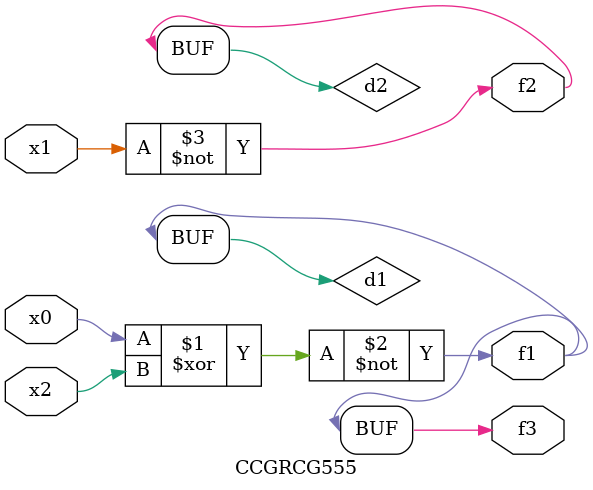
<source format=v>
module CCGRCG555(
	input x0, x1, x2,
	output f1, f2, f3
);

	wire d1, d2, d3;

	xnor (d1, x0, x2);
	nand (d2, x1);
	nor (d3, x1, x2);
	assign f1 = d1;
	assign f2 = d2;
	assign f3 = d1;
endmodule

</source>
